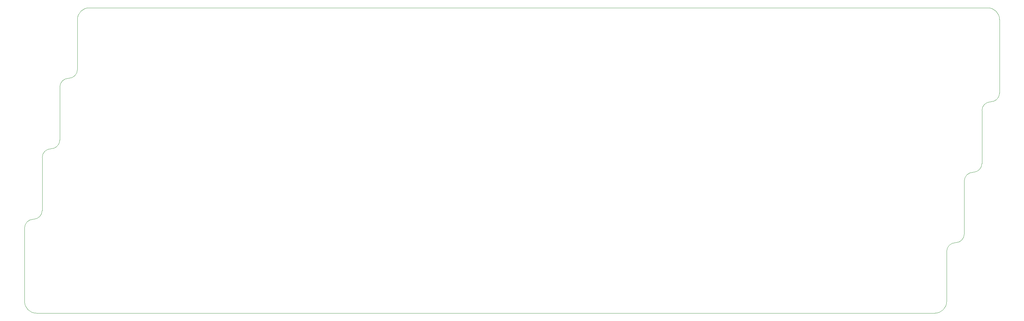
<source format=gbr>
G04 #@! TF.GenerationSoftware,KiCad,Pcbnew,6.0.10-86aedd382b~118~ubuntu20.04.1*
G04 #@! TF.CreationDate,2023-01-08T22:55:38-06:00*
G04 #@! TF.ProjectId,keyboard,6b657962-6f61-4726-942e-6b696361645f,rev?*
G04 #@! TF.SameCoordinates,Original*
G04 #@! TF.FileFunction,Profile,NP*
%FSLAX46Y46*%
G04 Gerber Fmt 4.6, Leading zero omitted, Abs format (unit mm)*
G04 Created by KiCad (PCBNEW 6.0.10-86aedd382b~118~ubuntu20.04.1) date 2023-01-08 22:55:38*
%MOMM*%
%LPD*%
G01*
G04 APERTURE LIST*
G04 #@! TA.AperFunction,Profile*
%ADD10C,0.100000*%
G04 #@! TD*
G04 APERTURE END LIST*
D10*
X287175300Y-25557400D02*
X284000300Y-25557400D01*
X287969050Y-50957400D02*
G75*
G03*
X290350300Y-48576150I-50J2381300D01*
G01*
X278444050Y-89057400D02*
G75*
G03*
X280825300Y-86676150I-50J2381300D01*
G01*
X44287800Y-25557400D02*
X284000300Y-25557400D01*
X276062800Y-91438650D02*
X276062800Y-104932400D01*
X38731550Y-44607400D02*
G75*
G03*
X41112800Y-42226150I0J2381250D01*
G01*
X41112800Y-42226150D02*
X41112800Y-28732400D01*
X36350300Y-46988650D02*
X36350300Y-61276150D01*
X31587800Y-66038650D02*
X31587800Y-80326150D01*
X272887800Y-108107400D02*
X30000300Y-108107400D01*
X26825300Y-104932400D02*
G75*
G03*
X30000300Y-108107400I3175000J0D01*
G01*
X26825300Y-85088650D02*
X26825300Y-104932400D01*
X290350300Y-48576150D02*
X290350300Y-28732400D01*
X38731550Y-44607400D02*
G75*
G03*
X36350300Y-46988650I0J-2381250D01*
G01*
X33969050Y-63657400D02*
G75*
G03*
X31587800Y-66038650I0J-2381250D01*
G01*
X29206550Y-82707400D02*
G75*
G03*
X26825300Y-85088650I0J-2381250D01*
G01*
X287969050Y-50957400D02*
G75*
G03*
X285587800Y-53338650I50J-2381300D01*
G01*
X272887800Y-108107400D02*
G75*
G03*
X276062800Y-104932400I0J3175000D01*
G01*
X33969050Y-63657400D02*
G75*
G03*
X36350300Y-61276150I0J2381250D01*
G01*
X280825300Y-86676150D02*
X280825300Y-72388650D01*
X283206550Y-70007400D02*
G75*
G03*
X285587800Y-67626150I-50J2381300D01*
G01*
X44287800Y-25557400D02*
G75*
G03*
X41112800Y-28732400I0J-3175000D01*
G01*
X290350300Y-28732400D02*
G75*
G03*
X287175300Y-25557400I-3175000J0D01*
G01*
X29206550Y-82707400D02*
G75*
G03*
X31587800Y-80326150I0J2381250D01*
G01*
X285587800Y-67626150D02*
X285587800Y-53338650D01*
X278444050Y-89057400D02*
G75*
G03*
X276062800Y-91438650I50J-2381300D01*
G01*
X283206550Y-70007400D02*
G75*
G03*
X280825300Y-72388650I50J-2381300D01*
G01*
M02*

</source>
